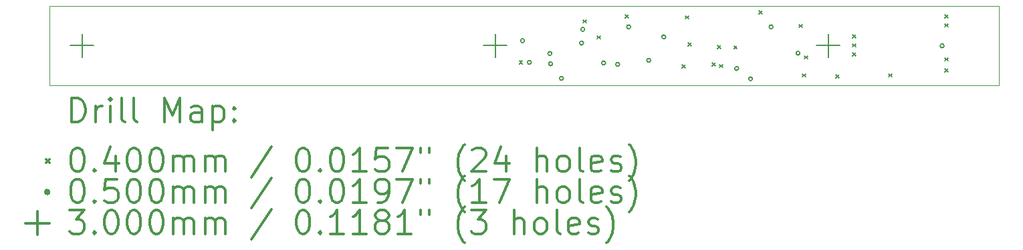
<source format=gbr>
%FSLAX45Y45*%
G04 Gerber Fmt 4.5, Leading zero omitted, Abs format (unit mm)*
G04 Created by KiCad (PCBNEW 5.1.10-88a1d61d58~88~ubuntu18.04.1) date 2021-09-30 15:30:22*
%MOMM*%
%LPD*%
G01*
G04 APERTURE LIST*
%TA.AperFunction,Profile*%
%ADD10C,0.050000*%
%TD*%
%ADD11C,0.200000*%
%ADD12C,0.300000*%
G04 APERTURE END LIST*
D10*
X8350110Y-11007310D02*
X20370800Y-11007310D01*
X20370800Y-11006820D02*
X20370800Y-10007110D01*
X20370800Y-10007110D02*
X8350110Y-10007110D01*
X8350110Y-10007110D02*
X8350110Y-11007310D01*
D11*
X14300520Y-10696260D02*
X14340520Y-10736260D01*
X14340520Y-10696260D02*
X14300520Y-10736260D01*
X15105700Y-10178100D02*
X15145700Y-10218100D01*
X15145700Y-10178100D02*
X15105700Y-10218100D01*
X15283500Y-10381300D02*
X15323500Y-10421300D01*
X15323500Y-10381300D02*
X15283500Y-10421300D01*
X15639100Y-10114600D02*
X15679100Y-10154600D01*
X15679100Y-10114600D02*
X15639100Y-10154600D01*
X16363000Y-10749600D02*
X16403000Y-10789600D01*
X16403000Y-10749600D02*
X16363000Y-10789600D01*
X16401100Y-10127300D02*
X16441100Y-10167300D01*
X16441100Y-10127300D02*
X16401100Y-10167300D01*
X16439200Y-10470200D02*
X16479200Y-10510200D01*
X16479200Y-10470200D02*
X16439200Y-10510200D01*
X16744000Y-10724200D02*
X16784000Y-10764200D01*
X16784000Y-10724200D02*
X16744000Y-10764200D01*
X16810040Y-10505760D02*
X16850040Y-10545760D01*
X16850040Y-10505760D02*
X16810040Y-10545760D01*
X16836904Y-10745163D02*
X16876904Y-10785163D01*
X16876904Y-10745163D02*
X16836904Y-10785163D01*
X17017050Y-10508300D02*
X17057050Y-10548300D01*
X17057050Y-10508300D02*
X17017050Y-10548300D01*
X17333280Y-10061260D02*
X17373280Y-10101260D01*
X17373280Y-10061260D02*
X17333280Y-10101260D01*
X17841280Y-10236520D02*
X17881280Y-10276520D01*
X17881280Y-10236520D02*
X17841280Y-10276520D01*
X17887000Y-10863900D02*
X17927000Y-10903900D01*
X17927000Y-10863900D02*
X17887000Y-10903900D01*
X17912400Y-10635300D02*
X17952400Y-10675300D01*
X17952400Y-10635300D02*
X17912400Y-10675300D01*
X18306100Y-10876600D02*
X18346100Y-10916600D01*
X18346100Y-10876600D02*
X18306100Y-10916600D01*
X18522000Y-10368600D02*
X18562000Y-10408600D01*
X18562000Y-10368600D02*
X18522000Y-10408600D01*
X18522000Y-10482900D02*
X18562000Y-10522900D01*
X18562000Y-10482900D02*
X18522000Y-10522900D01*
X18522000Y-10597200D02*
X18562000Y-10637200D01*
X18562000Y-10597200D02*
X18522000Y-10637200D01*
X18979200Y-10863900D02*
X19019200Y-10903900D01*
X19019200Y-10863900D02*
X18979200Y-10903900D01*
X19690400Y-10114600D02*
X19730400Y-10154600D01*
X19730400Y-10114600D02*
X19690400Y-10154600D01*
X19690400Y-10228900D02*
X19730400Y-10268900D01*
X19730400Y-10228900D02*
X19690400Y-10268900D01*
X19690400Y-10660700D02*
X19730400Y-10700700D01*
X19730400Y-10660700D02*
X19690400Y-10700700D01*
X19690400Y-10800400D02*
X19730400Y-10840400D01*
X19730400Y-10800400D02*
X19690400Y-10840400D01*
X14365840Y-10444480D02*
G75*
G03*
X14365840Y-10444480I-25000J0D01*
G01*
X14452200Y-10718800D02*
G75*
G03*
X14452200Y-10718800I-25000J0D01*
G01*
X14711280Y-10607040D02*
G75*
G03*
X14711280Y-10607040I-25000J0D01*
G01*
X14721440Y-10737850D02*
G75*
G03*
X14721440Y-10737850I-25000J0D01*
G01*
X14858600Y-10922000D02*
G75*
G03*
X14858600Y-10922000I-25000J0D01*
G01*
X15112600Y-10475130D02*
G75*
G03*
X15112600Y-10475130I-25000J0D01*
G01*
X15127840Y-10299650D02*
G75*
G03*
X15127840Y-10299650I-25000J0D01*
G01*
X15392000Y-10726420D02*
G75*
G03*
X15392000Y-10726420I-25000J0D01*
G01*
X15569800Y-10744200D02*
G75*
G03*
X15569800Y-10744200I-25000J0D01*
G01*
X15709500Y-10267950D02*
G75*
G03*
X15709500Y-10267950I-25000J0D01*
G01*
X15963500Y-10693400D02*
G75*
G03*
X15963500Y-10693400I-25000J0D01*
G01*
X16154000Y-10394950D02*
G75*
G03*
X16154000Y-10394950I-25000J0D01*
G01*
X17076655Y-10796905D02*
G75*
G03*
X17076655Y-10796905I-25000J0D01*
G01*
X17252550Y-10928350D02*
G75*
G03*
X17252550Y-10928350I-25000J0D01*
G01*
X17512900Y-10267950D02*
G75*
G03*
X17512900Y-10267950I-25000J0D01*
G01*
X17852893Y-10603429D02*
G75*
G03*
X17852893Y-10603429I-25000J0D01*
G01*
X19678250Y-10509250D02*
G75*
G03*
X19678250Y-10509250I-25000J0D01*
G01*
X8763000Y-10357210D02*
X8763000Y-10657210D01*
X8613000Y-10507210D02*
X8913000Y-10507210D01*
X13995400Y-10357210D02*
X13995400Y-10657210D01*
X13845400Y-10507210D02*
X14145400Y-10507210D01*
X18211800Y-10357210D02*
X18211800Y-10657210D01*
X18061800Y-10507210D02*
X18361800Y-10507210D01*
D12*
X8634038Y-11475524D02*
X8634038Y-11175524D01*
X8705467Y-11175524D01*
X8748324Y-11189810D01*
X8776896Y-11218381D01*
X8791181Y-11246953D01*
X8805467Y-11304096D01*
X8805467Y-11346953D01*
X8791181Y-11404096D01*
X8776896Y-11432667D01*
X8748324Y-11461239D01*
X8705467Y-11475524D01*
X8634038Y-11475524D01*
X8934038Y-11475524D02*
X8934038Y-11275524D01*
X8934038Y-11332667D02*
X8948324Y-11304096D01*
X8962610Y-11289810D01*
X8991181Y-11275524D01*
X9019753Y-11275524D01*
X9119753Y-11475524D02*
X9119753Y-11275524D01*
X9119753Y-11175524D02*
X9105467Y-11189810D01*
X9119753Y-11204096D01*
X9134038Y-11189810D01*
X9119753Y-11175524D01*
X9119753Y-11204096D01*
X9305467Y-11475524D02*
X9276896Y-11461239D01*
X9262610Y-11432667D01*
X9262610Y-11175524D01*
X9462610Y-11475524D02*
X9434038Y-11461239D01*
X9419753Y-11432667D01*
X9419753Y-11175524D01*
X9805467Y-11475524D02*
X9805467Y-11175524D01*
X9905467Y-11389810D01*
X10005467Y-11175524D01*
X10005467Y-11475524D01*
X10276896Y-11475524D02*
X10276896Y-11318381D01*
X10262610Y-11289810D01*
X10234038Y-11275524D01*
X10176896Y-11275524D01*
X10148324Y-11289810D01*
X10276896Y-11461239D02*
X10248324Y-11475524D01*
X10176896Y-11475524D01*
X10148324Y-11461239D01*
X10134038Y-11432667D01*
X10134038Y-11404096D01*
X10148324Y-11375524D01*
X10176896Y-11361239D01*
X10248324Y-11361239D01*
X10276896Y-11346953D01*
X10419753Y-11275524D02*
X10419753Y-11575524D01*
X10419753Y-11289810D02*
X10448324Y-11275524D01*
X10505467Y-11275524D01*
X10534038Y-11289810D01*
X10548324Y-11304096D01*
X10562610Y-11332667D01*
X10562610Y-11418381D01*
X10548324Y-11446953D01*
X10534038Y-11461239D01*
X10505467Y-11475524D01*
X10448324Y-11475524D01*
X10419753Y-11461239D01*
X10691181Y-11446953D02*
X10705467Y-11461239D01*
X10691181Y-11475524D01*
X10676896Y-11461239D01*
X10691181Y-11446953D01*
X10691181Y-11475524D01*
X10691181Y-11289810D02*
X10705467Y-11304096D01*
X10691181Y-11318381D01*
X10676896Y-11304096D01*
X10691181Y-11289810D01*
X10691181Y-11318381D01*
X8307610Y-11949810D02*
X8347610Y-11989810D01*
X8347610Y-11949810D02*
X8307610Y-11989810D01*
X8691181Y-11805524D02*
X8719753Y-11805524D01*
X8748324Y-11819810D01*
X8762610Y-11834096D01*
X8776896Y-11862667D01*
X8791181Y-11919810D01*
X8791181Y-11991239D01*
X8776896Y-12048381D01*
X8762610Y-12076953D01*
X8748324Y-12091239D01*
X8719753Y-12105524D01*
X8691181Y-12105524D01*
X8662610Y-12091239D01*
X8648324Y-12076953D01*
X8634038Y-12048381D01*
X8619753Y-11991239D01*
X8619753Y-11919810D01*
X8634038Y-11862667D01*
X8648324Y-11834096D01*
X8662610Y-11819810D01*
X8691181Y-11805524D01*
X8919753Y-12076953D02*
X8934038Y-12091239D01*
X8919753Y-12105524D01*
X8905467Y-12091239D01*
X8919753Y-12076953D01*
X8919753Y-12105524D01*
X9191181Y-11905524D02*
X9191181Y-12105524D01*
X9119753Y-11791239D02*
X9048324Y-12005524D01*
X9234038Y-12005524D01*
X9405467Y-11805524D02*
X9434038Y-11805524D01*
X9462610Y-11819810D01*
X9476896Y-11834096D01*
X9491181Y-11862667D01*
X9505467Y-11919810D01*
X9505467Y-11991239D01*
X9491181Y-12048381D01*
X9476896Y-12076953D01*
X9462610Y-12091239D01*
X9434038Y-12105524D01*
X9405467Y-12105524D01*
X9376896Y-12091239D01*
X9362610Y-12076953D01*
X9348324Y-12048381D01*
X9334038Y-11991239D01*
X9334038Y-11919810D01*
X9348324Y-11862667D01*
X9362610Y-11834096D01*
X9376896Y-11819810D01*
X9405467Y-11805524D01*
X9691181Y-11805524D02*
X9719753Y-11805524D01*
X9748324Y-11819810D01*
X9762610Y-11834096D01*
X9776896Y-11862667D01*
X9791181Y-11919810D01*
X9791181Y-11991239D01*
X9776896Y-12048381D01*
X9762610Y-12076953D01*
X9748324Y-12091239D01*
X9719753Y-12105524D01*
X9691181Y-12105524D01*
X9662610Y-12091239D01*
X9648324Y-12076953D01*
X9634038Y-12048381D01*
X9619753Y-11991239D01*
X9619753Y-11919810D01*
X9634038Y-11862667D01*
X9648324Y-11834096D01*
X9662610Y-11819810D01*
X9691181Y-11805524D01*
X9919753Y-12105524D02*
X9919753Y-11905524D01*
X9919753Y-11934096D02*
X9934038Y-11919810D01*
X9962610Y-11905524D01*
X10005467Y-11905524D01*
X10034038Y-11919810D01*
X10048324Y-11948381D01*
X10048324Y-12105524D01*
X10048324Y-11948381D02*
X10062610Y-11919810D01*
X10091181Y-11905524D01*
X10134038Y-11905524D01*
X10162610Y-11919810D01*
X10176896Y-11948381D01*
X10176896Y-12105524D01*
X10319753Y-12105524D02*
X10319753Y-11905524D01*
X10319753Y-11934096D02*
X10334038Y-11919810D01*
X10362610Y-11905524D01*
X10405467Y-11905524D01*
X10434038Y-11919810D01*
X10448324Y-11948381D01*
X10448324Y-12105524D01*
X10448324Y-11948381D02*
X10462610Y-11919810D01*
X10491181Y-11905524D01*
X10534038Y-11905524D01*
X10562610Y-11919810D01*
X10576896Y-11948381D01*
X10576896Y-12105524D01*
X11162610Y-11791239D02*
X10905467Y-12176953D01*
X11548324Y-11805524D02*
X11576896Y-11805524D01*
X11605467Y-11819810D01*
X11619753Y-11834096D01*
X11634038Y-11862667D01*
X11648324Y-11919810D01*
X11648324Y-11991239D01*
X11634038Y-12048381D01*
X11619753Y-12076953D01*
X11605467Y-12091239D01*
X11576896Y-12105524D01*
X11548324Y-12105524D01*
X11519753Y-12091239D01*
X11505467Y-12076953D01*
X11491181Y-12048381D01*
X11476896Y-11991239D01*
X11476896Y-11919810D01*
X11491181Y-11862667D01*
X11505467Y-11834096D01*
X11519753Y-11819810D01*
X11548324Y-11805524D01*
X11776896Y-12076953D02*
X11791181Y-12091239D01*
X11776896Y-12105524D01*
X11762610Y-12091239D01*
X11776896Y-12076953D01*
X11776896Y-12105524D01*
X11976896Y-11805524D02*
X12005467Y-11805524D01*
X12034038Y-11819810D01*
X12048324Y-11834096D01*
X12062610Y-11862667D01*
X12076896Y-11919810D01*
X12076896Y-11991239D01*
X12062610Y-12048381D01*
X12048324Y-12076953D01*
X12034038Y-12091239D01*
X12005467Y-12105524D01*
X11976896Y-12105524D01*
X11948324Y-12091239D01*
X11934038Y-12076953D01*
X11919753Y-12048381D01*
X11905467Y-11991239D01*
X11905467Y-11919810D01*
X11919753Y-11862667D01*
X11934038Y-11834096D01*
X11948324Y-11819810D01*
X11976896Y-11805524D01*
X12362610Y-12105524D02*
X12191181Y-12105524D01*
X12276896Y-12105524D02*
X12276896Y-11805524D01*
X12248324Y-11848381D01*
X12219753Y-11876953D01*
X12191181Y-11891239D01*
X12634038Y-11805524D02*
X12491181Y-11805524D01*
X12476896Y-11948381D01*
X12491181Y-11934096D01*
X12519753Y-11919810D01*
X12591181Y-11919810D01*
X12619753Y-11934096D01*
X12634038Y-11948381D01*
X12648324Y-11976953D01*
X12648324Y-12048381D01*
X12634038Y-12076953D01*
X12619753Y-12091239D01*
X12591181Y-12105524D01*
X12519753Y-12105524D01*
X12491181Y-12091239D01*
X12476896Y-12076953D01*
X12748324Y-11805524D02*
X12948324Y-11805524D01*
X12819753Y-12105524D01*
X13048324Y-11805524D02*
X13048324Y-11862667D01*
X13162610Y-11805524D02*
X13162610Y-11862667D01*
X13605467Y-12219810D02*
X13591181Y-12205524D01*
X13562610Y-12162667D01*
X13548324Y-12134096D01*
X13534038Y-12091239D01*
X13519753Y-12019810D01*
X13519753Y-11962667D01*
X13534038Y-11891239D01*
X13548324Y-11848381D01*
X13562610Y-11819810D01*
X13591181Y-11776953D01*
X13605467Y-11762667D01*
X13705467Y-11834096D02*
X13719753Y-11819810D01*
X13748324Y-11805524D01*
X13819753Y-11805524D01*
X13848324Y-11819810D01*
X13862610Y-11834096D01*
X13876896Y-11862667D01*
X13876896Y-11891239D01*
X13862610Y-11934096D01*
X13691181Y-12105524D01*
X13876896Y-12105524D01*
X14134038Y-11905524D02*
X14134038Y-12105524D01*
X14062610Y-11791239D02*
X13991181Y-12005524D01*
X14176896Y-12005524D01*
X14519753Y-12105524D02*
X14519753Y-11805524D01*
X14648324Y-12105524D02*
X14648324Y-11948381D01*
X14634038Y-11919810D01*
X14605467Y-11905524D01*
X14562610Y-11905524D01*
X14534038Y-11919810D01*
X14519753Y-11934096D01*
X14834038Y-12105524D02*
X14805467Y-12091239D01*
X14791181Y-12076953D01*
X14776896Y-12048381D01*
X14776896Y-11962667D01*
X14791181Y-11934096D01*
X14805467Y-11919810D01*
X14834038Y-11905524D01*
X14876896Y-11905524D01*
X14905467Y-11919810D01*
X14919753Y-11934096D01*
X14934038Y-11962667D01*
X14934038Y-12048381D01*
X14919753Y-12076953D01*
X14905467Y-12091239D01*
X14876896Y-12105524D01*
X14834038Y-12105524D01*
X15105467Y-12105524D02*
X15076896Y-12091239D01*
X15062610Y-12062667D01*
X15062610Y-11805524D01*
X15334038Y-12091239D02*
X15305467Y-12105524D01*
X15248324Y-12105524D01*
X15219753Y-12091239D01*
X15205467Y-12062667D01*
X15205467Y-11948381D01*
X15219753Y-11919810D01*
X15248324Y-11905524D01*
X15305467Y-11905524D01*
X15334038Y-11919810D01*
X15348324Y-11948381D01*
X15348324Y-11976953D01*
X15205467Y-12005524D01*
X15462610Y-12091239D02*
X15491181Y-12105524D01*
X15548324Y-12105524D01*
X15576896Y-12091239D01*
X15591181Y-12062667D01*
X15591181Y-12048381D01*
X15576896Y-12019810D01*
X15548324Y-12005524D01*
X15505467Y-12005524D01*
X15476896Y-11991239D01*
X15462610Y-11962667D01*
X15462610Y-11948381D01*
X15476896Y-11919810D01*
X15505467Y-11905524D01*
X15548324Y-11905524D01*
X15576896Y-11919810D01*
X15691181Y-12219810D02*
X15705467Y-12205524D01*
X15734038Y-12162667D01*
X15748324Y-12134096D01*
X15762610Y-12091239D01*
X15776896Y-12019810D01*
X15776896Y-11962667D01*
X15762610Y-11891239D01*
X15748324Y-11848381D01*
X15734038Y-11819810D01*
X15705467Y-11776953D01*
X15691181Y-11762667D01*
X8347610Y-12365810D02*
G75*
G03*
X8347610Y-12365810I-25000J0D01*
G01*
X8691181Y-12201524D02*
X8719753Y-12201524D01*
X8748324Y-12215810D01*
X8762610Y-12230096D01*
X8776896Y-12258667D01*
X8791181Y-12315810D01*
X8791181Y-12387239D01*
X8776896Y-12444381D01*
X8762610Y-12472953D01*
X8748324Y-12487239D01*
X8719753Y-12501524D01*
X8691181Y-12501524D01*
X8662610Y-12487239D01*
X8648324Y-12472953D01*
X8634038Y-12444381D01*
X8619753Y-12387239D01*
X8619753Y-12315810D01*
X8634038Y-12258667D01*
X8648324Y-12230096D01*
X8662610Y-12215810D01*
X8691181Y-12201524D01*
X8919753Y-12472953D02*
X8934038Y-12487239D01*
X8919753Y-12501524D01*
X8905467Y-12487239D01*
X8919753Y-12472953D01*
X8919753Y-12501524D01*
X9205467Y-12201524D02*
X9062610Y-12201524D01*
X9048324Y-12344381D01*
X9062610Y-12330096D01*
X9091181Y-12315810D01*
X9162610Y-12315810D01*
X9191181Y-12330096D01*
X9205467Y-12344381D01*
X9219753Y-12372953D01*
X9219753Y-12444381D01*
X9205467Y-12472953D01*
X9191181Y-12487239D01*
X9162610Y-12501524D01*
X9091181Y-12501524D01*
X9062610Y-12487239D01*
X9048324Y-12472953D01*
X9405467Y-12201524D02*
X9434038Y-12201524D01*
X9462610Y-12215810D01*
X9476896Y-12230096D01*
X9491181Y-12258667D01*
X9505467Y-12315810D01*
X9505467Y-12387239D01*
X9491181Y-12444381D01*
X9476896Y-12472953D01*
X9462610Y-12487239D01*
X9434038Y-12501524D01*
X9405467Y-12501524D01*
X9376896Y-12487239D01*
X9362610Y-12472953D01*
X9348324Y-12444381D01*
X9334038Y-12387239D01*
X9334038Y-12315810D01*
X9348324Y-12258667D01*
X9362610Y-12230096D01*
X9376896Y-12215810D01*
X9405467Y-12201524D01*
X9691181Y-12201524D02*
X9719753Y-12201524D01*
X9748324Y-12215810D01*
X9762610Y-12230096D01*
X9776896Y-12258667D01*
X9791181Y-12315810D01*
X9791181Y-12387239D01*
X9776896Y-12444381D01*
X9762610Y-12472953D01*
X9748324Y-12487239D01*
X9719753Y-12501524D01*
X9691181Y-12501524D01*
X9662610Y-12487239D01*
X9648324Y-12472953D01*
X9634038Y-12444381D01*
X9619753Y-12387239D01*
X9619753Y-12315810D01*
X9634038Y-12258667D01*
X9648324Y-12230096D01*
X9662610Y-12215810D01*
X9691181Y-12201524D01*
X9919753Y-12501524D02*
X9919753Y-12301524D01*
X9919753Y-12330096D02*
X9934038Y-12315810D01*
X9962610Y-12301524D01*
X10005467Y-12301524D01*
X10034038Y-12315810D01*
X10048324Y-12344381D01*
X10048324Y-12501524D01*
X10048324Y-12344381D02*
X10062610Y-12315810D01*
X10091181Y-12301524D01*
X10134038Y-12301524D01*
X10162610Y-12315810D01*
X10176896Y-12344381D01*
X10176896Y-12501524D01*
X10319753Y-12501524D02*
X10319753Y-12301524D01*
X10319753Y-12330096D02*
X10334038Y-12315810D01*
X10362610Y-12301524D01*
X10405467Y-12301524D01*
X10434038Y-12315810D01*
X10448324Y-12344381D01*
X10448324Y-12501524D01*
X10448324Y-12344381D02*
X10462610Y-12315810D01*
X10491181Y-12301524D01*
X10534038Y-12301524D01*
X10562610Y-12315810D01*
X10576896Y-12344381D01*
X10576896Y-12501524D01*
X11162610Y-12187239D02*
X10905467Y-12572953D01*
X11548324Y-12201524D02*
X11576896Y-12201524D01*
X11605467Y-12215810D01*
X11619753Y-12230096D01*
X11634038Y-12258667D01*
X11648324Y-12315810D01*
X11648324Y-12387239D01*
X11634038Y-12444381D01*
X11619753Y-12472953D01*
X11605467Y-12487239D01*
X11576896Y-12501524D01*
X11548324Y-12501524D01*
X11519753Y-12487239D01*
X11505467Y-12472953D01*
X11491181Y-12444381D01*
X11476896Y-12387239D01*
X11476896Y-12315810D01*
X11491181Y-12258667D01*
X11505467Y-12230096D01*
X11519753Y-12215810D01*
X11548324Y-12201524D01*
X11776896Y-12472953D02*
X11791181Y-12487239D01*
X11776896Y-12501524D01*
X11762610Y-12487239D01*
X11776896Y-12472953D01*
X11776896Y-12501524D01*
X11976896Y-12201524D02*
X12005467Y-12201524D01*
X12034038Y-12215810D01*
X12048324Y-12230096D01*
X12062610Y-12258667D01*
X12076896Y-12315810D01*
X12076896Y-12387239D01*
X12062610Y-12444381D01*
X12048324Y-12472953D01*
X12034038Y-12487239D01*
X12005467Y-12501524D01*
X11976896Y-12501524D01*
X11948324Y-12487239D01*
X11934038Y-12472953D01*
X11919753Y-12444381D01*
X11905467Y-12387239D01*
X11905467Y-12315810D01*
X11919753Y-12258667D01*
X11934038Y-12230096D01*
X11948324Y-12215810D01*
X11976896Y-12201524D01*
X12362610Y-12501524D02*
X12191181Y-12501524D01*
X12276896Y-12501524D02*
X12276896Y-12201524D01*
X12248324Y-12244381D01*
X12219753Y-12272953D01*
X12191181Y-12287239D01*
X12505467Y-12501524D02*
X12562610Y-12501524D01*
X12591181Y-12487239D01*
X12605467Y-12472953D01*
X12634038Y-12430096D01*
X12648324Y-12372953D01*
X12648324Y-12258667D01*
X12634038Y-12230096D01*
X12619753Y-12215810D01*
X12591181Y-12201524D01*
X12534038Y-12201524D01*
X12505467Y-12215810D01*
X12491181Y-12230096D01*
X12476896Y-12258667D01*
X12476896Y-12330096D01*
X12491181Y-12358667D01*
X12505467Y-12372953D01*
X12534038Y-12387239D01*
X12591181Y-12387239D01*
X12619753Y-12372953D01*
X12634038Y-12358667D01*
X12648324Y-12330096D01*
X12748324Y-12201524D02*
X12948324Y-12201524D01*
X12819753Y-12501524D01*
X13048324Y-12201524D02*
X13048324Y-12258667D01*
X13162610Y-12201524D02*
X13162610Y-12258667D01*
X13605467Y-12615810D02*
X13591181Y-12601524D01*
X13562610Y-12558667D01*
X13548324Y-12530096D01*
X13534038Y-12487239D01*
X13519753Y-12415810D01*
X13519753Y-12358667D01*
X13534038Y-12287239D01*
X13548324Y-12244381D01*
X13562610Y-12215810D01*
X13591181Y-12172953D01*
X13605467Y-12158667D01*
X13876896Y-12501524D02*
X13705467Y-12501524D01*
X13791181Y-12501524D02*
X13791181Y-12201524D01*
X13762610Y-12244381D01*
X13734038Y-12272953D01*
X13705467Y-12287239D01*
X13976896Y-12201524D02*
X14176896Y-12201524D01*
X14048324Y-12501524D01*
X14519753Y-12501524D02*
X14519753Y-12201524D01*
X14648324Y-12501524D02*
X14648324Y-12344381D01*
X14634038Y-12315810D01*
X14605467Y-12301524D01*
X14562610Y-12301524D01*
X14534038Y-12315810D01*
X14519753Y-12330096D01*
X14834038Y-12501524D02*
X14805467Y-12487239D01*
X14791181Y-12472953D01*
X14776896Y-12444381D01*
X14776896Y-12358667D01*
X14791181Y-12330096D01*
X14805467Y-12315810D01*
X14834038Y-12301524D01*
X14876896Y-12301524D01*
X14905467Y-12315810D01*
X14919753Y-12330096D01*
X14934038Y-12358667D01*
X14934038Y-12444381D01*
X14919753Y-12472953D01*
X14905467Y-12487239D01*
X14876896Y-12501524D01*
X14834038Y-12501524D01*
X15105467Y-12501524D02*
X15076896Y-12487239D01*
X15062610Y-12458667D01*
X15062610Y-12201524D01*
X15334038Y-12487239D02*
X15305467Y-12501524D01*
X15248324Y-12501524D01*
X15219753Y-12487239D01*
X15205467Y-12458667D01*
X15205467Y-12344381D01*
X15219753Y-12315810D01*
X15248324Y-12301524D01*
X15305467Y-12301524D01*
X15334038Y-12315810D01*
X15348324Y-12344381D01*
X15348324Y-12372953D01*
X15205467Y-12401524D01*
X15462610Y-12487239D02*
X15491181Y-12501524D01*
X15548324Y-12501524D01*
X15576896Y-12487239D01*
X15591181Y-12458667D01*
X15591181Y-12444381D01*
X15576896Y-12415810D01*
X15548324Y-12401524D01*
X15505467Y-12401524D01*
X15476896Y-12387239D01*
X15462610Y-12358667D01*
X15462610Y-12344381D01*
X15476896Y-12315810D01*
X15505467Y-12301524D01*
X15548324Y-12301524D01*
X15576896Y-12315810D01*
X15691181Y-12615810D02*
X15705467Y-12601524D01*
X15734038Y-12558667D01*
X15748324Y-12530096D01*
X15762610Y-12487239D01*
X15776896Y-12415810D01*
X15776896Y-12358667D01*
X15762610Y-12287239D01*
X15748324Y-12244381D01*
X15734038Y-12215810D01*
X15705467Y-12172953D01*
X15691181Y-12158667D01*
X8197610Y-12611810D02*
X8197610Y-12911810D01*
X8047610Y-12761810D02*
X8347610Y-12761810D01*
X8605467Y-12597524D02*
X8791181Y-12597524D01*
X8691181Y-12711810D01*
X8734038Y-12711810D01*
X8762610Y-12726096D01*
X8776896Y-12740381D01*
X8791181Y-12768953D01*
X8791181Y-12840381D01*
X8776896Y-12868953D01*
X8762610Y-12883239D01*
X8734038Y-12897524D01*
X8648324Y-12897524D01*
X8619753Y-12883239D01*
X8605467Y-12868953D01*
X8919753Y-12868953D02*
X8934038Y-12883239D01*
X8919753Y-12897524D01*
X8905467Y-12883239D01*
X8919753Y-12868953D01*
X8919753Y-12897524D01*
X9119753Y-12597524D02*
X9148324Y-12597524D01*
X9176896Y-12611810D01*
X9191181Y-12626096D01*
X9205467Y-12654667D01*
X9219753Y-12711810D01*
X9219753Y-12783239D01*
X9205467Y-12840381D01*
X9191181Y-12868953D01*
X9176896Y-12883239D01*
X9148324Y-12897524D01*
X9119753Y-12897524D01*
X9091181Y-12883239D01*
X9076896Y-12868953D01*
X9062610Y-12840381D01*
X9048324Y-12783239D01*
X9048324Y-12711810D01*
X9062610Y-12654667D01*
X9076896Y-12626096D01*
X9091181Y-12611810D01*
X9119753Y-12597524D01*
X9405467Y-12597524D02*
X9434038Y-12597524D01*
X9462610Y-12611810D01*
X9476896Y-12626096D01*
X9491181Y-12654667D01*
X9505467Y-12711810D01*
X9505467Y-12783239D01*
X9491181Y-12840381D01*
X9476896Y-12868953D01*
X9462610Y-12883239D01*
X9434038Y-12897524D01*
X9405467Y-12897524D01*
X9376896Y-12883239D01*
X9362610Y-12868953D01*
X9348324Y-12840381D01*
X9334038Y-12783239D01*
X9334038Y-12711810D01*
X9348324Y-12654667D01*
X9362610Y-12626096D01*
X9376896Y-12611810D01*
X9405467Y-12597524D01*
X9691181Y-12597524D02*
X9719753Y-12597524D01*
X9748324Y-12611810D01*
X9762610Y-12626096D01*
X9776896Y-12654667D01*
X9791181Y-12711810D01*
X9791181Y-12783239D01*
X9776896Y-12840381D01*
X9762610Y-12868953D01*
X9748324Y-12883239D01*
X9719753Y-12897524D01*
X9691181Y-12897524D01*
X9662610Y-12883239D01*
X9648324Y-12868953D01*
X9634038Y-12840381D01*
X9619753Y-12783239D01*
X9619753Y-12711810D01*
X9634038Y-12654667D01*
X9648324Y-12626096D01*
X9662610Y-12611810D01*
X9691181Y-12597524D01*
X9919753Y-12897524D02*
X9919753Y-12697524D01*
X9919753Y-12726096D02*
X9934038Y-12711810D01*
X9962610Y-12697524D01*
X10005467Y-12697524D01*
X10034038Y-12711810D01*
X10048324Y-12740381D01*
X10048324Y-12897524D01*
X10048324Y-12740381D02*
X10062610Y-12711810D01*
X10091181Y-12697524D01*
X10134038Y-12697524D01*
X10162610Y-12711810D01*
X10176896Y-12740381D01*
X10176896Y-12897524D01*
X10319753Y-12897524D02*
X10319753Y-12697524D01*
X10319753Y-12726096D02*
X10334038Y-12711810D01*
X10362610Y-12697524D01*
X10405467Y-12697524D01*
X10434038Y-12711810D01*
X10448324Y-12740381D01*
X10448324Y-12897524D01*
X10448324Y-12740381D02*
X10462610Y-12711810D01*
X10491181Y-12697524D01*
X10534038Y-12697524D01*
X10562610Y-12711810D01*
X10576896Y-12740381D01*
X10576896Y-12897524D01*
X11162610Y-12583239D02*
X10905467Y-12968953D01*
X11548324Y-12597524D02*
X11576896Y-12597524D01*
X11605467Y-12611810D01*
X11619753Y-12626096D01*
X11634038Y-12654667D01*
X11648324Y-12711810D01*
X11648324Y-12783239D01*
X11634038Y-12840381D01*
X11619753Y-12868953D01*
X11605467Y-12883239D01*
X11576896Y-12897524D01*
X11548324Y-12897524D01*
X11519753Y-12883239D01*
X11505467Y-12868953D01*
X11491181Y-12840381D01*
X11476896Y-12783239D01*
X11476896Y-12711810D01*
X11491181Y-12654667D01*
X11505467Y-12626096D01*
X11519753Y-12611810D01*
X11548324Y-12597524D01*
X11776896Y-12868953D02*
X11791181Y-12883239D01*
X11776896Y-12897524D01*
X11762610Y-12883239D01*
X11776896Y-12868953D01*
X11776896Y-12897524D01*
X12076896Y-12897524D02*
X11905467Y-12897524D01*
X11991181Y-12897524D02*
X11991181Y-12597524D01*
X11962610Y-12640381D01*
X11934038Y-12668953D01*
X11905467Y-12683239D01*
X12362610Y-12897524D02*
X12191181Y-12897524D01*
X12276896Y-12897524D02*
X12276896Y-12597524D01*
X12248324Y-12640381D01*
X12219753Y-12668953D01*
X12191181Y-12683239D01*
X12534038Y-12726096D02*
X12505467Y-12711810D01*
X12491181Y-12697524D01*
X12476896Y-12668953D01*
X12476896Y-12654667D01*
X12491181Y-12626096D01*
X12505467Y-12611810D01*
X12534038Y-12597524D01*
X12591181Y-12597524D01*
X12619753Y-12611810D01*
X12634038Y-12626096D01*
X12648324Y-12654667D01*
X12648324Y-12668953D01*
X12634038Y-12697524D01*
X12619753Y-12711810D01*
X12591181Y-12726096D01*
X12534038Y-12726096D01*
X12505467Y-12740381D01*
X12491181Y-12754667D01*
X12476896Y-12783239D01*
X12476896Y-12840381D01*
X12491181Y-12868953D01*
X12505467Y-12883239D01*
X12534038Y-12897524D01*
X12591181Y-12897524D01*
X12619753Y-12883239D01*
X12634038Y-12868953D01*
X12648324Y-12840381D01*
X12648324Y-12783239D01*
X12634038Y-12754667D01*
X12619753Y-12740381D01*
X12591181Y-12726096D01*
X12934038Y-12897524D02*
X12762610Y-12897524D01*
X12848324Y-12897524D02*
X12848324Y-12597524D01*
X12819753Y-12640381D01*
X12791181Y-12668953D01*
X12762610Y-12683239D01*
X13048324Y-12597524D02*
X13048324Y-12654667D01*
X13162610Y-12597524D02*
X13162610Y-12654667D01*
X13605467Y-13011810D02*
X13591181Y-12997524D01*
X13562610Y-12954667D01*
X13548324Y-12926096D01*
X13534038Y-12883239D01*
X13519753Y-12811810D01*
X13519753Y-12754667D01*
X13534038Y-12683239D01*
X13548324Y-12640381D01*
X13562610Y-12611810D01*
X13591181Y-12568953D01*
X13605467Y-12554667D01*
X13691181Y-12597524D02*
X13876896Y-12597524D01*
X13776896Y-12711810D01*
X13819753Y-12711810D01*
X13848324Y-12726096D01*
X13862610Y-12740381D01*
X13876896Y-12768953D01*
X13876896Y-12840381D01*
X13862610Y-12868953D01*
X13848324Y-12883239D01*
X13819753Y-12897524D01*
X13734038Y-12897524D01*
X13705467Y-12883239D01*
X13691181Y-12868953D01*
X14234038Y-12897524D02*
X14234038Y-12597524D01*
X14362610Y-12897524D02*
X14362610Y-12740381D01*
X14348324Y-12711810D01*
X14319753Y-12697524D01*
X14276896Y-12697524D01*
X14248324Y-12711810D01*
X14234038Y-12726096D01*
X14548324Y-12897524D02*
X14519753Y-12883239D01*
X14505467Y-12868953D01*
X14491181Y-12840381D01*
X14491181Y-12754667D01*
X14505467Y-12726096D01*
X14519753Y-12711810D01*
X14548324Y-12697524D01*
X14591181Y-12697524D01*
X14619753Y-12711810D01*
X14634038Y-12726096D01*
X14648324Y-12754667D01*
X14648324Y-12840381D01*
X14634038Y-12868953D01*
X14619753Y-12883239D01*
X14591181Y-12897524D01*
X14548324Y-12897524D01*
X14819753Y-12897524D02*
X14791181Y-12883239D01*
X14776896Y-12854667D01*
X14776896Y-12597524D01*
X15048324Y-12883239D02*
X15019753Y-12897524D01*
X14962610Y-12897524D01*
X14934038Y-12883239D01*
X14919753Y-12854667D01*
X14919753Y-12740381D01*
X14934038Y-12711810D01*
X14962610Y-12697524D01*
X15019753Y-12697524D01*
X15048324Y-12711810D01*
X15062610Y-12740381D01*
X15062610Y-12768953D01*
X14919753Y-12797524D01*
X15176896Y-12883239D02*
X15205467Y-12897524D01*
X15262610Y-12897524D01*
X15291181Y-12883239D01*
X15305467Y-12854667D01*
X15305467Y-12840381D01*
X15291181Y-12811810D01*
X15262610Y-12797524D01*
X15219753Y-12797524D01*
X15191181Y-12783239D01*
X15176896Y-12754667D01*
X15176896Y-12740381D01*
X15191181Y-12711810D01*
X15219753Y-12697524D01*
X15262610Y-12697524D01*
X15291181Y-12711810D01*
X15405467Y-13011810D02*
X15419753Y-12997524D01*
X15448324Y-12954667D01*
X15462610Y-12926096D01*
X15476896Y-12883239D01*
X15491181Y-12811810D01*
X15491181Y-12754667D01*
X15476896Y-12683239D01*
X15462610Y-12640381D01*
X15448324Y-12611810D01*
X15419753Y-12568953D01*
X15405467Y-12554667D01*
M02*

</source>
